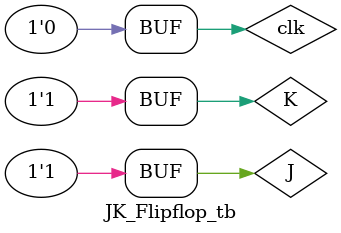
<source format=v>
module JK_Flipflop (
    input  J,
    input  K,
    input  clk,
    output reg Q,
    output reg Q_bar
);
    initial begin
        Q <= 1;
        Q_bar <= 0;
    end

    wire _Q, _Q_bar;
    wire J_bar, K_bar, D;
    assign J_bar = J & Q_bar; // (J=1) if ans=0 then (J_bar=1)
    assign K_bar = ~K & Q;    // (K=0) if ans=1 then (K_bar=1)
    assign D = J_bar | K_bar; // D = J*~D + ~K&D 
    D_Flipflop u_D_Flipflop(
    	.D     (D     ),
        .clk   (clk   ),
        .Q     (_Q     ),
        .Q_bar (_Q_bar )
    );
    always @(*) begin
        Q <= _Q;
        Q_bar <= _Q_bar;
    end
endmodule



module JK_Flipflop_tb;
    reg J, K, clk;
    wire Q, Q_bar;
    JK_Flipflop JK_Flipflop_0(J, K, clk, Q, Q_bar);
    
    initial begin
        $dumpfile("JK_Flipflop.vcd");
        $dumpvars(1, JK_Flipflop_tb);
        $display("J K clk | Q Q_bar");
        $monitor("%b %b   %b | %b %b", J, K, clk, Q, Q_bar);
        J = 0; K = 0; clk = 0;
        #10 J = 1; K = 0; clk = 0;
        #10 J = 1; K = 0; clk = 1;
        #10 J = 1; K = 0; clk = 0;

        #10 J = 0; K = 1; clk = 0;
        #10 J = 0; K = 1; clk = 1;
        #10 J = 0; K = 1; clk = 0;

        #10 J = 1; K = 1; clk = 0;
        #10 J = 1; K = 1; clk = 1;
        #10 J = 1; K = 1; clk = 0;
        #10 J = 1; K = 1; clk = 1;
        #10 J = 1; K = 1; clk = 0;
        #10 J = 1; K = 1; clk = 1;
        #10 J = 1; K = 1; clk = 0;
    end
endmodule
</source>
